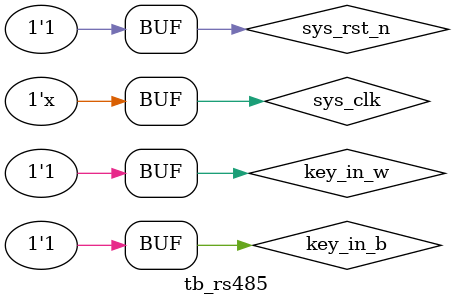
<source format=v>
`timescale  1ns/1ns
module  tb_rs485();

reg             sys_clk     ;
reg             sys_rst_n   ;
reg             key_in_w    ;
reg             key_in_b    ;


wire            tx          ;
wire            re          ;
wire    [3:0]   led         ;

initial
    begin
        sys_clk =   1'b1;
        sys_rst_n   <=  1'b0;
        key_in_w    <=  1'b1;
        key_in_b    <=  1'b1;
        #20
        sys_rst_n   <=  1'b1;
        //流水灯
        #2000000    key_in_w    <=  1'b0;
        #20         key_in_w    <=  1'b1;
        #20         key_in_w    <=  1'b0;
        #20         key_in_w    <=  1'b1;
        #20         key_in_w    <=  1'b0;
        #200        key_in_w    <=  1'b1;
        #20         key_in_w    <=  1'b0;
        #20         key_in_w    <=  1'b1;
        #20         key_in_w    <=  1'b0;
        #20         key_in_w    <=  1'b1;
        //呼吸灯
        #2000000    key_in_b    <=  1'b0;
        #20         key_in_b    <=  1'b1;
        #20         key_in_b    <=  1'b0;
        #20         key_in_b    <=  1'b1;
        #20         key_in_b    <=  1'b0;
        #200        key_in_b    <=  1'b1;
        #20         key_in_b    <=  1'b0;
        #20         key_in_b    <=  1'b1;
        #20         key_in_b    <=  1'b0;
        #20         key_in_b    <=  1'b1;
        //呼吸灯
        #2000000    key_in_b    <=  1'b0;
        #20         key_in_b    <=  1'b1;
        #20         key_in_b    <=  1'b0;
        #20         key_in_b    <=  1'b1;
        #20         key_in_b    <=  1'b0;
        #200        key_in_b    <=  1'b1;
        #20         key_in_b    <=  1'b0;
        #20         key_in_b    <=  1'b1;
        #20         key_in_b    <=  1'b0;
        #20         key_in_b    <=  1'b1;
        //呼吸灯
        #2000000    key_in_b    <=  1'b0;
        #20         key_in_b    <=  1'b1;
        #20         key_in_b    <=  1'b0;
        #20         key_in_b    <=  1'b1;
        #20         key_in_b    <=  1'b0;
        #200        key_in_b    <=  1'b1;
        #20         key_in_b    <=  1'b0;
        #20         key_in_b    <=  1'b1;
        #20         key_in_b    <=  1'b0;
        #20         key_in_b    <=  1'b1;
        //流水灯
        #2000000    key_in_w    <=  1'b0;
        #20         key_in_w    <=  1'b1;
        #20         key_in_w    <=  1'b0;
        #20         key_in_w    <=  1'b1;
        #20         key_in_w    <=  1'b0;
        #200        key_in_w    <=  1'b1;
        #20         key_in_w    <=  1'b0;
        #20         key_in_w    <=  1'b1;
        #20         key_in_w    <=  1'b0;
        #20         key_in_w    <=  1'b1;
        //流水灯
        #2000000    key_in_w    <=  1'b0;
        #20         key_in_w    <=  1'b1;
        #20         key_in_w    <=  1'b0;
        #20         key_in_w    <=  1'b1;
        #20         key_in_w    <=  1'b0;
        #200        key_in_w    <=  1'b1;
        #20         key_in_w    <=  1'b0;
        #20         key_in_w    <=  1'b1;
        #20         key_in_w    <=  1'b0;
        #20         key_in_w    <=  1'b1;
    end

always #10 sys_clk = ~sys_clk;

defparam    rs485_inst0.KEY_CNT_MAX = 5;
defparam    rs485_inst0.WATER_LED_CNT_MAX = 4000;
defparam    rs485_inst1.WATER_LED_CNT_MAX = 4000;
defparam    rs485_inst0.B_CNT_1US_MAX = 4;
defparam    rs485_inst1.B_CNT_1US_MAX = 4;
defparam    rs485_inst0.B_CNT_1MS_MAX = 9;
defparam    rs485_inst1.B_CNT_1MS_MAX = 9;
defparam    rs485_inst0.B_CNT_1S_MAX = 9;
defparam    rs485_inst1.B_CNT_1S_MAX = 9;
defparam    rs485_inst0.UART_BPS = 1000000;
defparam    rs485_inst1.UART_BPS = 1000000;

//控制板
rs485   rs485_inst0
(
    .sys_clk     (sys_clk),
    .sys_rst_n   (sys_rst_n),
    .key_in_w    (key_in_w),
    .key_in_b    (key_in_b),
    .rx          (),

    .tx          (tx),
    .re          (re),
    .led         ()
);

//被控板
rs485   rs485_inst1
(
    .sys_clk     (sys_clk),
    .sys_rst_n   (sys_rst_n),
    .key_in_w    (),
    .key_in_b    (),
    .rx          (tx),

    .tx          (),
    .re          (),
    .led         (led)
);

endmodule

</source>
